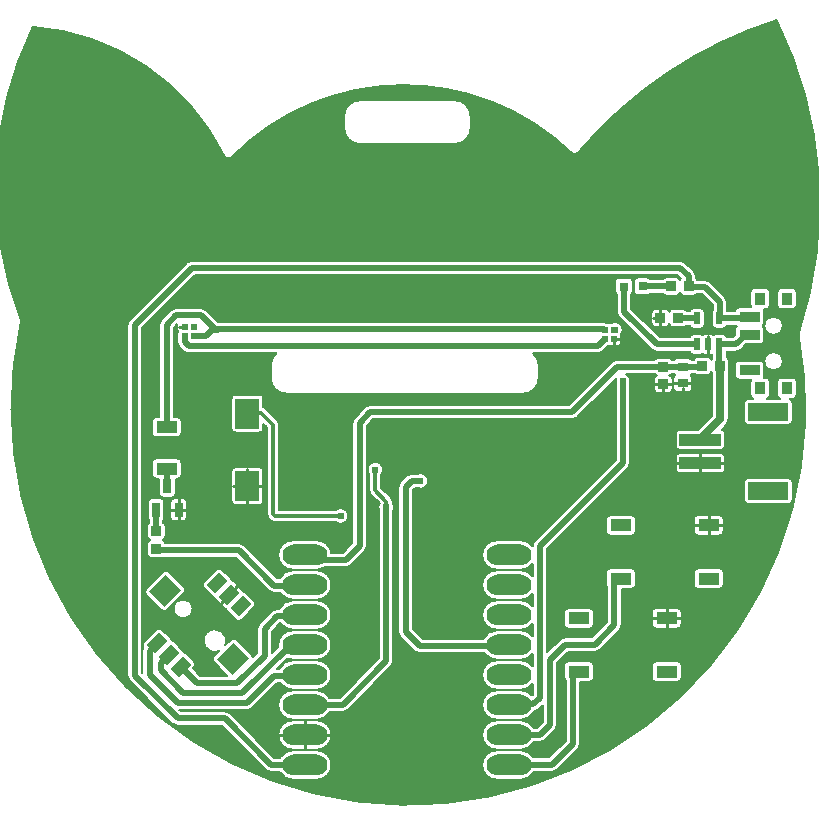
<source format=gtl>
G04 Layer: TopLayer*
G04 EasyEDA Pro v2.2.28.1, 2024-09-30 17:42:25*
G04 Gerber Generator version 0.3*
G04 Scale: 100 percent, Rotated: No, Reflected: No*
G04 Dimensions in millimeters*
G04 Leading zeros omitted, absolute positions, 3 integers and 5 decimals*
%FSLAX35Y35*%
%MOMM*%
%AMRect*21,1,$1,$2,0,0,$3*%
%AMRoundRect*1,1,$1,$2,$3*1,1,$1,$4,$5*1,1,$1,0-$2,0-$3*1,1,$1,0-$4,0-$5*20,1,$1,$2,$3,$4,$5,0*20,1,$1,$4,$5,0-$2,0-$3,0*20,1,$1,0-$2,0-$3,0-$4,0-$5,0*20,1,$1,0-$4,0-$5,$2,$3,0*4,1,4,$2,$3,$4,$5,0-$2,0-$3,0-$4,0-$5,$2,$3,0*%
%ADD10C,0.2032*%
%ADD11C,0.254*%
%ADD12R,1.8X1.0*%
%ADD13Rect,1.5X1.0X45.0*%
%ADD14Rect,2.0X1.8X45.0*%
%ADD15R,0.5X0.5*%
%ADD16R,0.9X0.8*%
%ADD17R,0.80648X0.86401*%
%ADD18R,0.8621X0.80648*%
%ADD19R,0.86401X0.80648*%
%ADD20R,1.8X0.9*%
%ADD21R,0.93X1.1*%
%ADD22R,2.0X2.49999*%
%ADD23R,0.5X0.5*%
%ADD24R,0.6X1.0*%
%ADD25R,0.8X0.8*%
%ADD26R,0.7X1.25001*%
%ADD27RoundRect,0.03X-1.735X-0.485X-1.735X0.485*%
%ADD28RoundRect,0.045X-1.6775X-0.7275X-1.6775X0.7275*%
%ADD29RoundRect,1.778X1.016X0.0X-1.016X0.0*%
%ADD30RoundRect,1.778X-1.016X0.0X1.016X0.0*%
%ADD31R,1.81999X1.0*%
%ADD32C,0.61*%
%ADD33C,0.5*%
%ADD34C,0.508*%
%ADD35C,0.32*%
%ADD36C,0.7*%
G75*


G04 Copper Start*
G36*
G01X3437813Y-1066054D02*
G02X5060552Y-2162085I-145048J-1964049D01*
G03X5118230Y-2171417I32148J15785D01*
G02X8001531Y-2133972I1460556J-1436981D01*
G03X8053738Y-2131336I24869J25772D01*
G02X9735241Y-1008523I2795303J-2365693D01*
G02X9922788Y-3659081I-3137174J-1553894D01*
G03X9921590Y-3676851I34012J-11219D01*
G02X3336964Y-3563756I-3303842J-614670D01*
G03X3335370Y-3542997I-34964J7756D01*
G02X3437813Y-1066054I2878327J1121547D01*
G37*
%LPC*%
G36*
G01X4238582Y-6557996D02*
G03X4256511Y-6601281I61214J0D01*
G01X4619657Y-6964427D01*
G03X4662942Y-6982356I43285J43285D01*
G01X5037827Y-6982356D01*
G01X5412598Y-7357127D01*
G03X5455883Y-7375056I43285J43285D01*
G01X5529389Y-7375056D01*
G03X5575205Y-7422481I109411J59856D01*
G03X5638800Y-7439914I63595J107281D01*
G01X5842000Y-7439914D01*
G03X5966714Y-7315200I0J124714D01*
G03X5842000Y-7190486I-124714J0D01*
G01X5638800Y-7190486D01*
G03X5530919Y-7252628I0J-124714D01*
G01X5481239Y-7252628D01*
G01X5106468Y-6877858D01*
G03X5063183Y-6859928I-43285J-43285D01*
G01X4688298Y-6859928D01*
G01X4678932Y-6850563D01*
G01X5253968Y-6850563D01*
G03X5297253Y-6832633I0J61214D01*
G01X5507638Y-6622248D01*
G01X5534945Y-6622248D01*
G03X5579883Y-6663120I103855J69048D01*
G03X5638800Y-6677914I58917J109920D01*
G01X5842000Y-6677914D01*
G03X5966714Y-6553200I0J124714D01*
G03X5842000Y-6428486I-124714J0D01*
G01X5638800Y-6428486D01*
G03X5526087Y-6499820I0J-124714D01*
G01X5503471Y-6499820D01*
G01X5589524Y-6413767D01*
G03X5638800Y-6423914I49276J114567D01*
G01X5842000Y-6423914D01*
G03X5966714Y-6299200I0J124714D01*
G03X5842000Y-6174486I-124714J0D01*
G01X5638800Y-6174486D01*
G03X5545176Y-6216809I0J-124714D01*
G03X5515098Y-6315054I93624J-82391D01*
G01X5461349Y-6368802D01*
G01X5461349Y-6187579D01*
G01X5532972Y-6115955D01*
G01X5536100Y-6115955D01*
G03X5580794Y-6155603I102700J70755D01*
G03X5638800Y-6169914I58006J110403D01*
G01X5842000Y-6169914D01*
G03X5966714Y-6045200I0J124714D01*
G03X5842000Y-5920486I-124714J0D01*
G01X5638800Y-5920486D01*
G03X5525294Y-5993527I0J-124714D01*
G01X5507617Y-5993527D01*
G03X5464332Y-6011456I0J-61214D01*
G01X5356850Y-6118938D01*
G03X5338921Y-6162223I43285J-43285D01*
G01X5338921Y-6365479D01*
G01X5300500Y-6403901D01*
G03X5290168Y-6381940I-35656J-3364D01*
G01X5162889Y-6254661D01*
G03X5112241Y-6254661I-25324J-25324D01*
G01X5066260Y-6300641D01*
G03X4910711Y-6194553I-87802J38341D01*
G03X5016800Y-6350102I67747J-67747D01*
G01X4970820Y-6396082D01*
G03X4970820Y-6446731I25324J-25324D01*
G01X5084835Y-6560746D01*
G01X4857244Y-6560746D01*
G01X4793961Y-6497463D01*
G01X4802270Y-6489154D01*
G03X4802270Y-6438506I-25324J25324D01*
G01X4731559Y-6367795D01*
G03X4713113Y-6357972I-25324J-25324D01*
G03X4703290Y-6339525I-35147J-6878D01*
G01X4632579Y-6268815D01*
G03X4614117Y-6258989I-25324J-25324D01*
G03X4604291Y-6240527I-35150J-6863D01*
G01X4533581Y-6169817D01*
G03X4482932Y-6169817I-25324J-25324D01*
G01X4376866Y-6275882D01*
G03X4371696Y-6319988I25324J-25324D01*
G03X4365708Y-6346394I55226J-26406D01*
G01X4365708Y-6537339D01*
G01X4361010Y-6532641D01*
G01X4361010Y-3615485D01*
G01X4809763Y-3166732D01*
G01X8893630Y-3166732D01*
G01X8923720Y-3196822D01*
G03X8915400Y-3213166I26693J-23878D01*
G03X8880387Y-3184886I-35013J-7534D01*
G01X8799740Y-3184886D01*
G03X8768556Y-3203086I0J-35814D01*
G01X8671042Y-3203086D01*
G03X8641652Y-3187738I-29390J-20466D01*
G01X8561652Y-3187738D01*
G03X8525838Y-3223552I0J-35814D01*
G01X8525838Y-3303552D01*
G03X8561652Y-3339366I35814J0D01*
G01X8641652Y-3339366D01*
G03X8670545Y-3324714I0J35814D01*
G01X8768556Y-3324714D01*
G03X8799740Y-3342914I31183J17614D01*
G01X8880387Y-3342914D01*
G03X8915400Y-3314634I0J35814D01*
G03X8950413Y-3342914I35013J7534D01*
G01X9031060Y-3342914D01*
G03X9059275Y-3329159I0J35814D01*
G01X9101665Y-3329159D01*
G01X9193041Y-3420535D01*
G01X9193041Y-3463409D01*
G03X9185882Y-3484893I28655J-21483D01*
G01X9185882Y-3584892D01*
G03X9221696Y-3620706I35814J0D01*
G01X9281696Y-3620706D01*
G03X9315838Y-3595707I0J35814D01*
G01X9395602Y-3595707D01*
G01X9396786Y-3596513D01*
G03X9380543Y-3626507I19571J-29994D01*
G01X9380543Y-3677954D01*
G01X9364403Y-3694093D01*
G01X9315838Y-3694093D01*
G03X9281696Y-3669093I-34142J-10814D01*
G01X9221696Y-3669093D01*
G03X9204198Y-3673659I0J-35814D01*
G03X9186700Y-3669093I-17498J-31248D01*
G01X9126700Y-3669093D01*
G03X9109202Y-3673659I0J-35814D01*
G03X9091704Y-3669093I-17498J-31248D01*
G01X9031704Y-3669093D01*
G03X8997562Y-3694093I0J-35814D01*
G01X8745797Y-3694093D01*
G01X8502547Y-3450843D01*
G01X8502547Y-3333383D01*
G03X8517547Y-3304238I-20814J29145D01*
G01X8517547Y-3224238D01*
G03X8481733Y-3188424I-35814J0D01*
G01X8401733Y-3188424D01*
G03X8365919Y-3224238I0J-35814D01*
G01X8365919Y-3304238D01*
G03X8380919Y-3333383I35814J0D01*
G01X8380919Y-3476033D01*
G03X8398731Y-3519035I60814J0D01*
G01X8677605Y-3797909D01*
G03X8720607Y-3815721I43002J43002D01*
G01X8997562Y-3815721D01*
G03X9031704Y-3840721I34142J10814D01*
G01X9091704Y-3840721D01*
G03X9109202Y-3836156I0J35814D01*
G03X9126700Y-3840721I17498J31248D01*
G01X9186700Y-3840721D01*
G03X9190882Y-3840476I0J35814D01*
G01X9190882Y-3869415D01*
G03X9182100Y-3886266I26231J-24384D01*
G03X9147087Y-3857986I-35013J-7534D01*
G01X9066440Y-3857986D01*
G03X9032265Y-3883090I0J-35814D01*
G01X9015436Y-3883090D01*
G03X8985800Y-3867384I-29636J-20108D01*
G01X8895800Y-3867384D01*
G03X8866470Y-3882645I0J-35814D01*
G01X8849110Y-3882532D01*
G03X8818900Y-3865954I-30210J-19236D01*
G01X8732500Y-3865954D01*
G03X8700610Y-3885468I0J-35814D01*
G01X8382478Y-3885468D01*
G03X8339193Y-3903397I0J-61214D01*
G01X7976450Y-4266141D01*
G01X6295633Y-4266141D01*
G03X6252348Y-4284070I0J-61214D01*
G01X6162109Y-4374309D01*
G03X6144180Y-4417594I43285J-43285D01*
G01X6144180Y-5435540D01*
G01X6059955Y-5519765D01*
G01X5965489Y-5519765D01*
G03X5842000Y-5412486I-123489J-17435D01*
G01X5638800Y-5412486D01*
G03X5514086Y-5537200I0J-124714D01*
G03X5638800Y-5661914I124714J0D01*
G01X5842000Y-5661914D01*
G03X5909306Y-5642193I0J124714D01*
G01X6085311Y-5642193D01*
G03X6128596Y-5624264I0J61214D01*
G01X6248679Y-5504180D01*
G03X6266608Y-5460896I-43285J43285D01*
G01X6266608Y-4442950D01*
G01X6320989Y-4388569D01*
G01X8001805Y-4388569D01*
G03X8045090Y-4370640I0J61214D01*
G01X8372672Y-4043058D01*
G03X8373038Y-4093168I61579J-24607D01*
G01X8373038Y-4729260D01*
G01X7686893Y-5415405D01*
G03X7668964Y-5458689I43285J-43285D01*
G01X7668964Y-5462362D01*
G03X7624968Y-5425650I-99764J-74838D01*
G03X7569200Y-5412486I-55768J-111550D01*
G01X7366000Y-5412486D01*
G03X7241286Y-5537200I0J-124714D01*
G03X7366000Y-5661914I124714J0D01*
G01X7569200Y-5661914D01*
G03X7624968Y-5648750I0J124714D01*
G03X7668964Y-5612038I-55768J111550D01*
G01X7668964Y-5716362D01*
G03X7624968Y-5679650I-99764J-74838D01*
G03X7569200Y-5666486I-55768J-111550D01*
G01X7366000Y-5666486D01*
G03X7241286Y-5791200I0J-124714D01*
G03X7366000Y-5915914I124714J0D01*
G01X7569200Y-5915914D01*
G03X7668964Y-5866038I0J124714D01*
G01X7668964Y-5970362D01*
G03X7624968Y-5933650I-99764J-74838D01*
G03X7569200Y-5920486I-55768J-111550D01*
G01X7366000Y-5920486D01*
G03X7241286Y-6045200I0J-124714D01*
G03X7366000Y-6169914I124714J0D01*
G01X7569200Y-6169914D01*
G03X7668964Y-6120038I0J124714D01*
G01X7668964Y-6224362D01*
G03X7624968Y-6187650I-99764J-74838D01*
G03X7569200Y-6174486I-55768J-111550D01*
G01X7366000Y-6174486D01*
G03X7252453Y-6247619I0J-124714D01*
G01X6737909Y-6247619D01*
G01X6654916Y-6164626D01*
G01X6654916Y-4986774D01*
G01X6670193Y-4971497D01*
G01X6693951Y-4971497D01*
G03X6785768Y-4910283I25503J61214D01*
G03X6693951Y-4849069I-66314J0D01*
G01X6644838Y-4849069D01*
G03X6601553Y-4866998I0J-61214D01*
G01X6550418Y-4918133D01*
G03X6532488Y-4961418I43285J-43285D01*
G01X6532488Y-6189982D01*
G03X6550417Y-6233267I61214J0D01*
G01X6669269Y-6352118D01*
G03X6712554Y-6370047I43285J43285D01*
G01X7263364Y-6370047D01*
G03X7366000Y-6423914I102636J70847D01*
G01X7569200Y-6423914D01*
G03X7668964Y-6374038I0J124714D01*
G01X7668964Y-6478362D01*
G03X7624968Y-6441650I-99764J-74838D01*
G03X7569200Y-6428486I-55768J-111550D01*
G01X7366000Y-6428486D01*
G03X7241286Y-6553200I0J-124714D01*
G03X7366000Y-6677914I124714J0D01*
G01X7569200Y-6677914D01*
G03X7668964Y-6628038I0J124714D01*
G01X7668964Y-6721171D01*
G01X7663986Y-6726149D01*
G03X7621379Y-6693926I-94786J-81051D01*
G03X7569200Y-6682486I-52179J-113274D01*
G01X7366000Y-6682486D01*
G03X7241286Y-6807200I0J-124714D01*
G03X7366000Y-6931914I124714J0D01*
G01X7569200Y-6931914D01*
G03X7680657Y-6863155I0J124714D01*
G03X7717733Y-6845541I-6209J60898D01*
G01X7755059Y-6808215D01*
G01X7755059Y-6947595D01*
G01X7702932Y-6999723D01*
G01X7677709Y-6999723D01*
G03X7631995Y-6953449I-108509J-61477D01*
G03X7569200Y-6936486I-62795J-107751D01*
G01X7366000Y-6936486D01*
G03X7241286Y-7061200I0J-124714D01*
G03X7366000Y-7185914I124714J0D01*
G01X7569200Y-7185914D01*
G03X7678005Y-7122151I0J124714D01*
G01X7728287Y-7122151D01*
G03X7771572Y-7104222I0J61214D01*
G01X7859558Y-7016236D01*
G03X7877487Y-6972951I-43285J43285D01*
G01X7877487Y-6449626D01*
G01X7969727Y-6357386D01*
G01X8198550Y-6357386D01*
G03X8241834Y-6339457I0J61214D01*
G01X8404152Y-6177139D01*
G03X8422081Y-6133855I-43285J43285D01*
G01X8422081Y-5822607D01*
G01X8508407Y-5822607D01*
G03X8544221Y-5786793I0J35814D01*
G01X8544221Y-5686793D01*
G03X8508407Y-5650979I-35814J0D01*
G01X8326408Y-5650979D01*
G03X8290594Y-5686793I0J-35814D01*
G01X8290594Y-5786793D01*
G03X8299653Y-5810601I35814J0D01*
G01X8299653Y-6108499D01*
G01X8173194Y-6234958D01*
G01X7944371Y-6234958D01*
G03X7901086Y-6252887I0J-61214D01*
G01X7791392Y-6362582D01*
G01X7791392Y-5484045D01*
G01X8477536Y-4797900D01*
G03X8495466Y-4754616I-43285J43285D01*
G01X8495466Y-4093168D01*
G03X8462978Y-4007896I-61214J25503D01*
G01X8707333Y-4007896D01*
G03X8724966Y-4017428I25167J25481D01*
G03X8696686Y-4052441I7534J-35013D01*
G01X8696686Y-4133088D01*
G03X8732500Y-4168902I35814J0D01*
G01X8818900Y-4168902D01*
G03X8854714Y-4133088I0J35814D01*
G01X8854714Y-4052441D01*
G03X8826434Y-4017428I-35814J0D01*
G03X8846739Y-4004947I-7534J35013D01*
G01X8867451Y-4005082D01*
G03X8876243Y-4013200I28349J21885D01*
G03X8859986Y-4043202I19557J-30002D01*
G01X8859986Y-4123202D01*
G03X8895800Y-4159016I35814J0D01*
G01X8985800Y-4159016D01*
G03X9021614Y-4123202I0J35814D01*
G01X9021614Y-4043202D01*
G03X9005357Y-4013200I-35814J0D01*
G03X9013808Y-4005518I-19557J30002D01*
G01X9041108Y-4005518D01*
G03X9066440Y-4016014I25331J25317D01*
G01X9147087Y-4016014D01*
G03X9182100Y-3987734I0J35814D01*
G03X9186622Y-3998988I35013J7534D01*
G01X9186622Y-4358989D01*
G01X9070525Y-4475086D01*
G01X8916801Y-4475086D01*
G03X8879487Y-4512400I0J-37314D01*
G01X8879487Y-4609400D01*
G03X8916801Y-4646714I37314J0D01*
G01X9263800Y-4646714D01*
G03X9301114Y-4609400I0J37314D01*
G01X9301114Y-4512400D01*
G03X9270255Y-4475649I-37314J0D01*
G01X9307509Y-4438394D01*
G03X9328250Y-4388321I-50073J50073D01*
G01X9328250Y-3998988D01*
G03X9333574Y-3980200I-30490J18788D01*
G01X9333574Y-3893800D01*
G03X9312510Y-3861164I-35814J0D01*
G01X9312510Y-3823159D01*
G03X9315838Y-3815721I-30814J18252D01*
G01X9389593Y-3815721D01*
G03X9432595Y-3797909I0J60814D01*
G01X9478184Y-3752320D01*
G01X9596356Y-3752320D01*
G03X9632170Y-3716506I0J35814D01*
G01X9632170Y-3626507D01*
G03X9615927Y-3596513I-35814J0D01*
G03X9632170Y-3566519I-19571J29994D01*
G01X9632170Y-3476520D01*
G03X9626587Y-3457317I-35814J0D01*
G01X9642544Y-3457317D01*
G03X9678358Y-3421503I0J35814D01*
G01X9678358Y-3311503D01*
G03X9642544Y-3275689I-35814J0D01*
G01X9549544Y-3275689D01*
G03X9513730Y-3311503I0J-35814D01*
G01X9513730Y-3421503D01*
G03X9519313Y-3440706I35814J0D01*
G01X9416357Y-3440706D01*
G03X9380626Y-3474079I0J-35814D01*
G01X9315838Y-3474079D01*
G03X9314669Y-3470913I-34142J-10814D01*
G01X9314669Y-3395345D01*
G03X9296857Y-3352343I-60814J0D01*
G01X9169857Y-3225343D01*
G03X9126855Y-3207531I-43002J-43002D01*
G01X9064365Y-3207531D01*
G03X9052793Y-3192234I-33305J-13169D01*
G01X9052793Y-3178111D01*
G03X9034864Y-3134826I-61214J0D01*
G01X8962271Y-3062233D01*
G03X8918986Y-3044304I-43285J-43285D01*
G01X4784407Y-3044304D01*
G03X4741122Y-3062233I0J-61214D01*
G01X4256511Y-3546844D01*
G03X4238582Y-3590129I43285J-43285D01*
G01X4238582Y-6557996D01*
G37*
G36*
G01X4525356Y-6001267D02*
G03X4576004Y-6001267I25324J25324D01*
G01X4717425Y-5859846D01*
G03X4717425Y-5809197I-25324J25324D01*
G01X4590146Y-5681918D01*
G03X4539498Y-5681918I-25324J-25324D01*
G01X4398077Y-5823339D01*
G03X4398077Y-5873988I25324J-25324D01*
G01X4525356Y-6001267D01*
G37*
G36*
G01X5578217Y-5900210D02*
G03X5638800Y-5915914I60583J109010D01*
G01X5842000Y-5915914D01*
G03X5966714Y-5791200I0J124714D01*
G03X5842000Y-5666486I-124714J0D01*
G01X5638800Y-5666486D01*
G03X5527656Y-5734626I0J-124714D01*
G01X5503686Y-5734626D01*
G01X5223665Y-5454605D01*
G03X5180381Y-5436676I-43285J-43285D01*
G01X4561082Y-5436676D01*
G03X4533834Y-5410200I-34782J-8537D01*
G03X4562114Y-5375187I-7534J35013D01*
G01X4562114Y-5294540D01*
G03X4543664Y-5263216I-35814J0D01*
G01X4543664Y-5240269D01*
G03X4552633Y-5216563I-26845J23706D01*
G01X4552633Y-5091562D01*
G03X4516819Y-5055748I-35814J0D01*
G01X4446819Y-5055748D01*
G03X4411005Y-5091562I0J-35814D01*
G01X4411005Y-5216563D01*
G03X4421236Y-5241626I35814J0D01*
G01X4421236Y-5263974D01*
G03X4404086Y-5294540I18664J-30566D01*
G01X4404086Y-5375187D01*
G03X4432366Y-5410200I35814J0D01*
G03X4404086Y-5445213I7534J-35013D01*
G01X4404086Y-5525860D01*
G03X4439900Y-5561674I35814J0D01*
G01X4526300Y-5561674D01*
G03X4539623Y-5559104I0J35814D01*
G01X5155025Y-5559104D01*
G01X5435045Y-5839124D01*
G03X5478330Y-5857054I43285J43285D01*
G01X5532890Y-5857054D01*
G03X5578217Y-5900210I105910J65854D01*
G37*
G36*
G01X5006850Y-3566724D02*
G01X4905382Y-3465256D01*
G03X4862097Y-3447327I-43285J-43285D01*
G01X4648701Y-3447327D01*
G03X4605416Y-3465256I0J-61214D01*
G01X4527861Y-3542812D01*
G03X4509932Y-3586097I43285J-43285D01*
G01X4509932Y-4369866D01*
G01X4481463Y-4369866D01*
G03X4445649Y-4405680I0J-35814D01*
G01X4445649Y-4505679D01*
G03X4481463Y-4541493I35814J0D01*
G01X4661463Y-4541493D01*
G03X4697277Y-4505679I0J35814D01*
G01X4697277Y-4405680D01*
G03X4661463Y-4369866I-35814J0D01*
G01X4632360Y-4369866D01*
G01X4632360Y-3611452D01*
G01X4661681Y-3582131D01*
G01X4661681Y-3629895D01*
G03X4664976Y-3644900I35814J0D01*
G03X4661681Y-3659905I32519J-15005D01*
G01X4661681Y-3676061D01*
G03X4661015Y-3685068I60548J-9007D01*
G01X4661015Y-3735452D01*
G03X4678944Y-3778736I61214J0D01*
G01X4712651Y-3812444D01*
G03X4755936Y-3830373I43285J43285D01*
G01X5500291Y-3830373D01*
G03X5450586Y-3935400I86109J-105027D01*
G01X5450586Y-4035400D01*
G03X5586400Y-4171214I135814J0D01*
G01X7586400Y-4171214D01*
G03X7722214Y-4035400I0J135814D01*
G01X7722214Y-3935400D01*
G03X7672509Y-3830373I-135814J0D01*
G01X8219423Y-3830373D01*
G03X8262708Y-3812444I0J61214D01*
G01X8304036Y-3771115D01*
G03X8318500Y-3767824I-541J35810D01*
G03X8333505Y-3771119I15005J32519D01*
G01X8383505Y-3771119D01*
G03X8419319Y-3735305I0J35814D01*
G01X8419319Y-3685305D01*
G03X8417030Y-3672708I-35814J0D01*
G03X8419217Y-3590164I-50783J42646D01*
G03X8339276Y-3569481I-52969J-39898D01*
G01X8333505Y-3569481D01*
G03X8318500Y-3572776I0J-35814D01*
G03X8303495Y-3569481I-15005J-32519D01*
G01X8292375Y-3569481D01*
G03X8274211Y-3566724I-18164J-58457D01*
G01X5006850Y-3566724D01*
G37*
G36*
G01X4506001Y-4960591D02*
G03X4506001Y-4996646I58499J-18028D01*
G01X4506001Y-5016563D01*
G03X4541815Y-5052377I35814J0D01*
G01X4611815Y-5052377D01*
G03X4647629Y-5016563I0J35814D01*
G01X4647628Y-4891505D01*
G01X4661463Y-4891505D01*
G03X4697277Y-4855691I0J35814D01*
G01X4697277Y-4755692D01*
G03X4661463Y-4719878I-35814J0D01*
G01X4481463Y-4719878D01*
G03X4445649Y-4755692I0J-35814D01*
G01X4445649Y-4855691D01*
G03X4481463Y-4891505I35814J0D01*
G01X4506001Y-4891562D01*
G01X4506001Y-4960591D01*
G37*
G36*
G01X4636811Y-5055748D02*
G03X4600997Y-5091562I0J-35814D01*
G01X4600997Y-5216563D01*
G03X4636811Y-5252377I35814J0D01*
G01X4706811Y-5252377D01*
G03X4742625Y-5216563I0J35814D01*
G01X4742625Y-5091562D01*
G03X4706811Y-5055748I-35814J0D01*
G01X4636811Y-5055748D01*
G37*
G36*
G01X4790584Y-5993610D02*
G03X4628954Y-5993610I-80815J0D01*
G03X4790584Y-5993610I80815J0D01*
G37*
G36*
G01X5113436Y-5731382D02*
G01X5042725Y-5660672D01*
G03X4992077Y-5660672I-25324J-25324D01*
G01X4886011Y-5766738D01*
G03X4886011Y-5817386I25324J-25324D01*
G01X4956721Y-5888097D01*
G03X4975139Y-5897914I25324J25324D01*
G03X4984973Y-5916421I35159J6818D01*
G01X5055684Y-5987131D01*
G03X5074175Y-5996963I25324J25324D01*
G03X5083990Y-6015365I35139J6922D01*
G01X5154700Y-6086076D01*
G03X5205349Y-6086076I25324J25324D01*
G01X5311415Y-5980010D01*
G03X5311415Y-5929361I-25324J25324D01*
G01X5240704Y-5858651D01*
G03X5222213Y-5848819I-25324J-25324D01*
G03X5212398Y-5830417I-35139J-6922D01*
G01X5141688Y-5759706D01*
G03X5123271Y-5749889I-25324J-25324D01*
G03X5113436Y-5731382I-35159J-6818D01*
G37*
G36*
G01X5420500Y-5191780D02*
G03X5435676Y-5228418I51814J0D01*
G01X5451259Y-5244000D01*
G03X5487896Y-5259176I36638J36638D01*
G01X6002903Y-5259176D01*
G03X6110604Y-5207362I41387J51814D01*
G03X6002903Y-5155548I-66314J0D01*
G01X5524128Y-5155548D01*
G01X5524128Y-4434986D01*
G03X5508952Y-4398348I-51814J0D01*
G01X5406890Y-4296287D01*
G03X5390874Y-4285391I-36638J-36638D01*
G01X5390874Y-4214779D01*
G03X5355060Y-4178965I-35814J0D01*
G01X5155061Y-4178965D01*
G03X5119247Y-4214779I0J-35814D01*
G01X5119247Y-4464779D01*
G03X5155061Y-4500593I35814J0D01*
G01X5355060Y-4500593D01*
G03X5390874Y-4464779I0J35814D01*
G01X5390874Y-4426822D01*
G01X5420500Y-4456448D01*
G01X5420500Y-5191780D01*
G37*
G36*
G01X5155061Y-4794965D02*
G03X5119247Y-4830779I0J-35814D01*
G01X5119247Y-5080779D01*
G03X5155061Y-5116593I35814J0D01*
G01X5355061Y-5116593D01*
G03X5390875Y-5080779I0J35814D01*
G01X5390875Y-4830779D01*
G03X5355061Y-4794965I-35814J0D01*
G01X5155061Y-4794965D01*
G37*
G36*
G01X5514086Y-7061200D02*
G03X5550614Y-7149386I124714J0D01*
G03X5638800Y-7185914I88186J88186D01*
G01X5842000Y-7185914D01*
G03X5966714Y-7061200I0J124714D01*
G03X5842000Y-6936486I-124714J0D01*
G01X5638800Y-6936486D01*
G03X5514086Y-7061200I0J-124714D01*
G37*
G36*
G01X6034439Y-6744032D02*
G01X5949533Y-6744032D01*
G03X5842000Y-6682486I-107533J-63168D01*
G01X5638800Y-6682486D01*
G03X5514086Y-6807200I0J-124714D01*
G03X5638800Y-6931914I124714J0D01*
G01X5842000Y-6931914D01*
G03X5951735Y-6866460I0J124714D01*
G01X6058011Y-6866460D01*
G03X6097067Y-6852382I0J61214D01*
G01X6107472Y-6843760D01*
G03X6111701Y-6839909I-39056J47136D01*
G01X6473092Y-6478519D01*
G03X6491021Y-6435234I-43285J43285D01*
G01X6491021Y-5159140D01*
G03X6483524Y-5095476I-61404J25043D01*
G01X6483524Y-5084579D01*
G03X6468348Y-5047941I-51814J0D01*
G01X6388393Y-4967986D01*
G01X6388393Y-4857477D01*
G03X6339675Y-4748358I-50625J42833D01*
G03X6284765Y-4854497I-1907J-66287D01*
G01X6284765Y-4989448D01*
G03X6299941Y-5026086I51814J0D01*
G01X6373162Y-5099306D01*
G03X6368593Y-5160051I56455J-34791D01*
G01X6368593Y-6409878D01*
G01X6034439Y-6744032D01*
G37*
G36*
G01X7144514Y-1922400D02*
G01X7144514Y-1822400D01*
G03X7008700Y-1686586I-135814J0D01*
G01X6208700Y-1686586D01*
G03X6072886Y-1822400I0J-135814D01*
G01X6072886Y-1922400D01*
G03X6208700Y-2058214I135814J0D01*
G01X7008700Y-2058214D01*
G03X7144514Y-1922400I0J135814D01*
G37*
G36*
G01X7949739Y-7109995D02*
G01X7809011Y-7250724D01*
G01X7675954Y-7250724D01*
G03X7630488Y-7206585I-106754J-64476D01*
G03X7569200Y-7190486I-61288J-108615D01*
G01X7366000Y-7190486D01*
G03X7241286Y-7315200I0J-124714D01*
G03X7366000Y-7439914I124714J0D01*
G01X7569200Y-7439914D01*
G03X7679632Y-7373152I0J124714D01*
G01X7834367Y-7373152D01*
G03X7877651Y-7355223I0J61214D01*
G01X8054238Y-7178636D01*
G03X8072167Y-7135351I-43285J43285D01*
G01X8072167Y-6610007D01*
G01X8152807Y-6610007D01*
G03X8188621Y-6574193I0J35814D01*
G01X8188621Y-6474193D01*
G03X8152807Y-6438379I-35814J0D01*
G01X7970808Y-6438379D01*
G03X7934994Y-6474193I0J-35814D01*
G01X7934994Y-6574193D01*
G03X7949739Y-6603154I35814J0D01*
G01X7949739Y-7109995D01*
G37*
G36*
G01X7970808Y-5988393D02*
G03X7934994Y-6024207I0J-35814D01*
G01X7934994Y-6124207D01*
G03X7970808Y-6160021I35814J0D01*
G01X8152807Y-6160021D01*
G03X8188621Y-6124207I0J35814D01*
G01X8188621Y-6024207D01*
G03X8152807Y-5988393I-35814J0D01*
G01X7970808Y-5988393D01*
G37*
G36*
G01X8326408Y-5200993D02*
G03X8290594Y-5236807I0J-35814D01*
G01X8290594Y-5336807D01*
G03X8326408Y-5372621I35814J0D01*
G01X8508407Y-5372621D01*
G03X8544221Y-5336807I0J35814D01*
G01X8544221Y-5236807D01*
G03X8508407Y-5200993I-35814J0D01*
G01X8326408Y-5200993D01*
G37*
G36*
G01X8791487Y-3451586D02*
G01X8710840Y-3451586D01*
G03X8675026Y-3487400I0J-35814D01*
G01X8675026Y-3573800D01*
G03X8710840Y-3609614I35814J0D01*
G01X8791487Y-3609614D01*
G03X8826500Y-3581334I0J35814D01*
G03X8861513Y-3609614I35013J7534D01*
G01X8942160Y-3609614D01*
G03X8970493Y-3595707I0J35814D01*
G01X8997562Y-3595707D01*
G03X9031704Y-3620706I34142J10814D01*
G01X9091704Y-3620706D01*
G03X9127518Y-3584892I0J35814D01*
G01X9127518Y-3484893D01*
G03X9091704Y-3449079I-35814J0D01*
G01X9031704Y-3449079D01*
G03X8997562Y-3474079I0J-35814D01*
G01X8975405Y-3474079D01*
G03X8942160Y-3451586I-33244J-13321D01*
G01X8861513Y-3451586D01*
G03X8826500Y-3479866I0J-35814D01*
G03X8791487Y-3451586I-35013J-7534D01*
G37*
G36*
G01X8712793Y-6438379D02*
G03X8676979Y-6474193I0J-35814D01*
G01X8676979Y-6574193D01*
G03X8712793Y-6610007I35814J0D01*
G01X8894792Y-6610007D01*
G03X8930606Y-6574193I0J35814D01*
G01X8930606Y-6474193D01*
G03X8894792Y-6438379I-35814J0D01*
G01X8712793Y-6438379D01*
G37*
G36*
G01X8712793Y-5988393D02*
G03X8676979Y-6024207I0J-35814D01*
G01X8676979Y-6124207D01*
G03X8712793Y-6160021I35814J0D01*
G01X8894792Y-6160021D01*
G03X8930606Y-6124207I0J35814D01*
G01X8930606Y-6024207D01*
G03X8894792Y-5988393I-35814J0D01*
G01X8712793Y-5988393D01*
G37*
G36*
G01X9301114Y-4712400D02*
G03X9263800Y-4675086I-37314J0D01*
G01X8916801Y-4675086D01*
G03X8879487Y-4712400I0J-37314D01*
G01X8879487Y-4809400D01*
G03X8916801Y-4846714I37314J0D01*
G01X9263800Y-4846714D01*
G03X9301114Y-4809400I0J37314D01*
G01X9301114Y-4712400D01*
G37*
G36*
G01X9068393Y-5650979D02*
G03X9032579Y-5686793I0J-35814D01*
G01X9032579Y-5786793D01*
G03X9068393Y-5822607I35814J0D01*
G01X9250392Y-5822607D01*
G03X9286206Y-5786793I0J35814D01*
G01X9286206Y-5686793D01*
G03X9250392Y-5650979I-35814J0D01*
G01X9068393Y-5650979D01*
G37*
G36*
G01X9068393Y-5200993D02*
G03X9032579Y-5236807I0J-35814D01*
G01X9032579Y-5336807D01*
G03X9068393Y-5372621I35814J0D01*
G01X9250392Y-5372621D01*
G03X9286206Y-5336807I0J35814D01*
G01X9286206Y-5236807D01*
G03X9250392Y-5200993I-35814J0D01*
G01X9068393Y-5200993D01*
G37*
G36*
G01X9497550Y-4215087D02*
G03X9459486Y-4253151I0J-38064D01*
G01X9459486Y-4398651D01*
G03X9497550Y-4436715I38064J0D01*
G01X9833049Y-4436715D01*
G03X9871113Y-4398651I0J38064D01*
G01X9871113Y-4253151D01*
G03X9845869Y-4217311I-38064J0D01*
G01X9869543Y-4217311D01*
G03X9905357Y-4181497I0J35814D01*
G01X9905357Y-4071497D01*
G03X9869543Y-4035683I-35814J0D01*
G01X9776544Y-4035683D01*
G03X9740730Y-4071497I0J-35814D01*
G01X9740730Y-4181497D01*
G03X9764120Y-4215087I35814J0D01*
G01X9654967Y-4215087D01*
G03X9678358Y-4181497I-12423J33590D01*
G01X9678358Y-4071497D01*
G03X9642544Y-4035683I-35814J0D01*
G01X9626603Y-4035683D01*
G03X9632170Y-4016506I-30247J19177D01*
G01X9632170Y-3926506D01*
G03X9596356Y-3890692I-35814J0D01*
G01X9416357Y-3890692D01*
G03X9380543Y-3926506I0J-35814D01*
G01X9380543Y-4016506D01*
G03X9416357Y-4052320I35814J0D01*
G01X9519297Y-4052320D01*
G03X9513730Y-4071497I30247J-19177D01*
G01X9513730Y-4181497D01*
G03X9537121Y-4215087I35814J0D01*
G01X9497550Y-4215087D01*
G37*
G36*
G01X9871113Y-4923149D02*
G03X9833049Y-4885085I-38064J0D01*
G01X9497550Y-4885085D01*
G03X9459486Y-4923149I0J-38064D01*
G01X9459486Y-5068649D01*
G03X9497550Y-5106713I38064J0D01*
G01X9833049Y-5106713D01*
G03X9871113Y-5068649I0J38064D01*
G01X9871113Y-4923149D01*
G37*
G36*
G01X9787844Y-3596500D02*
G03X9631218Y-3596500I-78313J0D01*
G03X9787844Y-3596500I78313J0D01*
G37*
G36*
G01X9787844Y-3896500D02*
G03X9631218Y-3896500I-78313J0D01*
G03X9787844Y-3896500I78313J0D01*
G37*
G36*
G01X9869543Y-3457317D02*
G03X9905357Y-3421503I0J35814D01*
G01X9905357Y-3311503D01*
G03X9869543Y-3275689I-35814J0D01*
G01X9776544Y-3275689D01*
G03X9740730Y-3311503I0J-35814D01*
G01X9740730Y-3421503D01*
G03X9776544Y-3457317I35814J0D01*
G01X9869543Y-3457317D01*
G37*
%LPD*%
G54D10*
G01X3437813Y-1066054D02*
G02X5060552Y-2162085I-145048J-1964049D01*
G03X5118230Y-2171417I32148J15785D01*
G02X8001531Y-2133972I1460556J-1436981D01*
G03X8053738Y-2131336I24869J25772D01*
G02X9735241Y-1008523I2795303J-2365693D01*
G02X9922788Y-3659081I-3137174J-1553894D01*
G03X9921590Y-3676851I34012J-11219D01*
G02X3336964Y-3563756I-3303842J-614670D01*
G03X3335370Y-3542997I-34964J7756D01*
G02X3437813Y-1066054I2878327J1121547D01*
G01X4238582Y-6557996D02*
G03X4256511Y-6601281I61214J0D01*
G01X4619657Y-6964427D01*
G03X4662942Y-6982356I43285J43285D01*
G01X5037827Y-6982356D01*
G01X5412598Y-7357127D01*
G03X5455883Y-7375056I43285J43285D01*
G01X5529389Y-7375056D01*
G03X5575205Y-7422481I109411J59856D01*
G03X5638800Y-7439914I63595J107281D01*
G01X5842000Y-7439914D01*
G03X5966714Y-7315200I0J124714D01*
G03X5842000Y-7190486I-124714J0D01*
G01X5638800Y-7190486D01*
G03X5530919Y-7252628I0J-124714D01*
G01X5481239Y-7252628D01*
G01X5106468Y-6877858D01*
G03X5063183Y-6859928I-43285J-43285D01*
G01X4688298Y-6859928D01*
G01X4678932Y-6850563D01*
G01X5253968Y-6850563D01*
G03X5297253Y-6832633I0J61214D01*
G01X5507638Y-6622248D01*
G01X5534945Y-6622248D01*
G03X5579883Y-6663120I103855J69048D01*
G03X5638800Y-6677914I58917J109920D01*
G01X5842000Y-6677914D01*
G03X5966714Y-6553200I0J124714D01*
G03X5842000Y-6428486I-124714J0D01*
G01X5638800Y-6428486D01*
G03X5526087Y-6499820I0J-124714D01*
G01X5503471Y-6499820D01*
G01X5589524Y-6413767D01*
G03X5638800Y-6423914I49276J114567D01*
G01X5842000Y-6423914D01*
G03X5966714Y-6299200I0J124714D01*
G03X5842000Y-6174486I-124714J0D01*
G01X5638800Y-6174486D01*
G03X5545176Y-6216809I0J-124714D01*
G03X5515098Y-6315054I93624J-82391D01*
G01X5461349Y-6368802D01*
G01X5461349Y-6187579D01*
G01X5532972Y-6115955D01*
G01X5536100Y-6115955D01*
G03X5580794Y-6155603I102700J70755D01*
G03X5638800Y-6169914I58006J110403D01*
G01X5842000Y-6169914D01*
G03X5966714Y-6045200I0J124714D01*
G03X5842000Y-5920486I-124714J0D01*
G01X5638800Y-5920486D01*
G03X5525294Y-5993527I0J-124714D01*
G01X5507617Y-5993527D01*
G03X5464332Y-6011456I0J-61214D01*
G01X5356850Y-6118938D01*
G03X5338921Y-6162223I43285J-43285D01*
G01X5338921Y-6365479D01*
G01X5300500Y-6403901D01*
G03X5290168Y-6381940I-35656J-3364D01*
G01X5162889Y-6254661D01*
G03X5112241Y-6254661I-25324J-25324D01*
G01X5066260Y-6300641D01*
G03X4910711Y-6194553I-87802J38341D01*
G03X5016800Y-6350102I67747J-67747D01*
G01X4970820Y-6396082D01*
G03X4970820Y-6446731I25324J-25324D01*
G01X5084835Y-6560746D01*
G01X4857244Y-6560746D01*
G01X4793961Y-6497463D01*
G01X4802270Y-6489154D01*
G03X4802270Y-6438506I-25324J25324D01*
G01X4731559Y-6367795D01*
G03X4713113Y-6357972I-25324J-25324D01*
G03X4703290Y-6339525I-35147J-6878D01*
G01X4632579Y-6268815D01*
G03X4614117Y-6258989I-25324J-25324D01*
G03X4604291Y-6240527I-35150J-6863D01*
G01X4533581Y-6169817D01*
G03X4482932Y-6169817I-25324J-25324D01*
G01X4376866Y-6275882D01*
G03X4371696Y-6319988I25324J-25324D01*
G03X4365708Y-6346394I55226J-26406D01*
G01X4365708Y-6537339D01*
G01X4361010Y-6532641D01*
G01X4361010Y-3615485D01*
G01X4809763Y-3166732D01*
G01X8893630Y-3166732D01*
G01X8923720Y-3196822D01*
G03X8915400Y-3213166I26693J-23878D01*
G03X8880387Y-3184886I-35013J-7534D01*
G01X8799740Y-3184886D01*
G03X8768556Y-3203086I0J-35814D01*
G01X8671042Y-3203086D01*
G03X8641652Y-3187738I-29390J-20466D01*
G01X8561652Y-3187738D01*
G03X8525838Y-3223552I0J-35814D01*
G01X8525838Y-3303552D01*
G03X8561652Y-3339366I35814J0D01*
G01X8641652Y-3339366D01*
G03X8670545Y-3324714I0J35814D01*
G01X8768556Y-3324714D01*
G03X8799740Y-3342914I31183J17614D01*
G01X8880387Y-3342914D01*
G03X8915400Y-3314634I0J35814D01*
G03X8950413Y-3342914I35013J7534D01*
G01X9031060Y-3342914D01*
G03X9059275Y-3329159I0J35814D01*
G01X9101665Y-3329159D01*
G01X9193041Y-3420535D01*
G01X9193041Y-3463409D01*
G03X9185882Y-3484893I28655J-21483D01*
G01X9185882Y-3584892D01*
G03X9221696Y-3620706I35814J0D01*
G01X9281696Y-3620706D01*
G03X9315838Y-3595707I0J35814D01*
G01X9395602Y-3595707D01*
G01X9396786Y-3596513D01*
G03X9380543Y-3626507I19571J-29994D01*
G01X9380543Y-3677954D01*
G01X9364403Y-3694093D01*
G01X9315838Y-3694093D01*
G03X9281696Y-3669093I-34142J-10814D01*
G01X9221696Y-3669093D01*
G03X9204198Y-3673659I0J-35814D01*
G03X9186700Y-3669093I-17498J-31248D01*
G01X9126700Y-3669093D01*
G03X9109202Y-3673659I0J-35814D01*
G03X9091704Y-3669093I-17498J-31248D01*
G01X9031704Y-3669093D01*
G03X8997562Y-3694093I0J-35814D01*
G01X8745797Y-3694093D01*
G01X8502547Y-3450843D01*
G01X8502547Y-3333383D01*
G03X8517547Y-3304238I-20814J29145D01*
G01X8517547Y-3224238D01*
G03X8481733Y-3188424I-35814J0D01*
G01X8401733Y-3188424D01*
G03X8365919Y-3224238I0J-35814D01*
G01X8365919Y-3304238D01*
G03X8380919Y-3333383I35814J0D01*
G01X8380919Y-3476033D01*
G03X8398731Y-3519035I60814J0D01*
G01X8677605Y-3797909D01*
G03X8720607Y-3815721I43002J43002D01*
G01X8997562Y-3815721D01*
G03X9031704Y-3840721I34142J10814D01*
G01X9091704Y-3840721D01*
G03X9109202Y-3836156I0J35814D01*
G03X9126700Y-3840721I17498J31248D01*
G01X9186700Y-3840721D01*
G03X9190882Y-3840476I0J35814D01*
G01X9190882Y-3869415D01*
G03X9182100Y-3886266I26231J-24384D01*
G03X9147087Y-3857986I-35013J-7534D01*
G01X9066440Y-3857986D01*
G03X9032265Y-3883090I0J-35814D01*
G01X9015436Y-3883090D01*
G03X8985800Y-3867384I-29636J-20108D01*
G01X8895800Y-3867384D01*
G03X8866470Y-3882645I0J-35814D01*
G01X8849110Y-3882532D01*
G03X8818900Y-3865954I-30210J-19236D01*
G01X8732500Y-3865954D01*
G03X8700610Y-3885468I0J-35814D01*
G01X8382478Y-3885468D01*
G03X8339193Y-3903397I0J-61214D01*
G01X7976450Y-4266141D01*
G01X6295633Y-4266141D01*
G03X6252348Y-4284070I0J-61214D01*
G01X6162109Y-4374309D01*
G03X6144180Y-4417594I43285J-43285D01*
G01X6144180Y-5435540D01*
G01X6059955Y-5519765D01*
G01X5965489Y-5519765D01*
G03X5842000Y-5412486I-123489J-17435D01*
G01X5638800Y-5412486D01*
G03X5514086Y-5537200I0J-124714D01*
G03X5638800Y-5661914I124714J0D01*
G01X5842000Y-5661914D01*
G03X5909306Y-5642193I0J124714D01*
G01X6085311Y-5642193D01*
G03X6128596Y-5624264I0J61214D01*
G01X6248679Y-5504180D01*
G03X6266608Y-5460896I-43285J43285D01*
G01X6266608Y-4442950D01*
G01X6320989Y-4388569D01*
G01X8001805Y-4388569D01*
G03X8045090Y-4370640I0J61214D01*
G01X8372672Y-4043058D01*
G03X8373038Y-4093168I61579J-24607D01*
G01X8373038Y-4729260D01*
G01X7686893Y-5415405D01*
G03X7668964Y-5458689I43285J-43285D01*
G01X7668964Y-5462362D01*
G03X7624968Y-5425650I-99764J-74838D01*
G03X7569200Y-5412486I-55768J-111550D01*
G01X7366000Y-5412486D01*
G03X7241286Y-5537200I0J-124714D01*
G03X7366000Y-5661914I124714J0D01*
G01X7569200Y-5661914D01*
G03X7624968Y-5648750I0J124714D01*
G03X7668964Y-5612038I-55768J111550D01*
G01X7668964Y-5716362D01*
G03X7624968Y-5679650I-99764J-74838D01*
G03X7569200Y-5666486I-55768J-111550D01*
G01X7366000Y-5666486D01*
G03X7241286Y-5791200I0J-124714D01*
G03X7366000Y-5915914I124714J0D01*
G01X7569200Y-5915914D01*
G03X7668964Y-5866038I0J124714D01*
G01X7668964Y-5970362D01*
G03X7624968Y-5933650I-99764J-74838D01*
G03X7569200Y-5920486I-55768J-111550D01*
G01X7366000Y-5920486D01*
G03X7241286Y-6045200I0J-124714D01*
G03X7366000Y-6169914I124714J0D01*
G01X7569200Y-6169914D01*
G03X7668964Y-6120038I0J124714D01*
G01X7668964Y-6224362D01*
G03X7624968Y-6187650I-99764J-74838D01*
G03X7569200Y-6174486I-55768J-111550D01*
G01X7366000Y-6174486D01*
G03X7252453Y-6247619I0J-124714D01*
G01X6737909Y-6247619D01*
G01X6654916Y-6164626D01*
G01X6654916Y-4986774D01*
G01X6670193Y-4971497D01*
G01X6693951Y-4971497D01*
G03X6785768Y-4910283I25503J61214D01*
G03X6693951Y-4849069I-66314J0D01*
G01X6644838Y-4849069D01*
G03X6601553Y-4866998I0J-61214D01*
G01X6550418Y-4918133D01*
G03X6532488Y-4961418I43285J-43285D01*
G01X6532488Y-6189982D01*
G03X6550417Y-6233267I61214J0D01*
G01X6669269Y-6352118D01*
G03X6712554Y-6370047I43285J43285D01*
G01X7263364Y-6370047D01*
G03X7366000Y-6423914I102636J70847D01*
G01X7569200Y-6423914D01*
G03X7668964Y-6374038I0J124714D01*
G01X7668964Y-6478362D01*
G03X7624968Y-6441650I-99764J-74838D01*
G03X7569200Y-6428486I-55768J-111550D01*
G01X7366000Y-6428486D01*
G03X7241286Y-6553200I0J-124714D01*
G03X7366000Y-6677914I124714J0D01*
G01X7569200Y-6677914D01*
G03X7668964Y-6628038I0J124714D01*
G01X7668964Y-6721171D01*
G01X7663986Y-6726149D01*
G03X7621379Y-6693926I-94786J-81051D01*
G03X7569200Y-6682486I-52179J-113274D01*
G01X7366000Y-6682486D01*
G03X7241286Y-6807200I0J-124714D01*
G03X7366000Y-6931914I124714J0D01*
G01X7569200Y-6931914D01*
G03X7680657Y-6863155I0J124714D01*
G03X7717733Y-6845541I-6209J60898D01*
G01X7755059Y-6808215D01*
G01X7755059Y-6947595D01*
G01X7702932Y-6999723D01*
G01X7677709Y-6999723D01*
G03X7631995Y-6953449I-108509J-61477D01*
G03X7569200Y-6936486I-62795J-107751D01*
G01X7366000Y-6936486D01*
G03X7241286Y-7061200I0J-124714D01*
G03X7366000Y-7185914I124714J0D01*
G01X7569200Y-7185914D01*
G03X7678005Y-7122151I0J124714D01*
G01X7728287Y-7122151D01*
G03X7771572Y-7104222I0J61214D01*
G01X7859558Y-7016236D01*
G03X7877487Y-6972951I-43285J43285D01*
G01X7877487Y-6449626D01*
G01X7969727Y-6357386D01*
G01X8198550Y-6357386D01*
G03X8241834Y-6339457I0J61214D01*
G01X8404152Y-6177139D01*
G03X8422081Y-6133855I-43285J43285D01*
G01X8422081Y-5822607D01*
G01X8508407Y-5822607D01*
G03X8544221Y-5786793I0J35814D01*
G01X8544221Y-5686793D01*
G03X8508407Y-5650979I-35814J0D01*
G01X8326408Y-5650979D01*
G03X8290594Y-5686793I0J-35814D01*
G01X8290594Y-5786793D01*
G03X8299653Y-5810601I35814J0D01*
G01X8299653Y-6108499D01*
G01X8173194Y-6234958D01*
G01X7944371Y-6234958D01*
G03X7901086Y-6252887I0J-61214D01*
G01X7791392Y-6362582D01*
G01X7791392Y-5484045D01*
G01X8477536Y-4797900D01*
G03X8495466Y-4754616I-43285J43285D01*
G01X8495466Y-4093168D01*
G03X8462978Y-4007896I-61214J25503D01*
G01X8707333Y-4007896D01*
G03X8724966Y-4017428I25167J25481D01*
G03X8696686Y-4052441I7534J-35013D01*
G01X8696686Y-4133088D01*
G03X8732500Y-4168902I35814J0D01*
G01X8818900Y-4168902D01*
G03X8854714Y-4133088I0J35814D01*
G01X8854714Y-4052441D01*
G03X8826434Y-4017428I-35814J0D01*
G03X8846739Y-4004947I-7534J35013D01*
G01X8867451Y-4005082D01*
G03X8876243Y-4013200I28349J21885D01*
G03X8859986Y-4043202I19557J-30002D01*
G01X8859986Y-4123202D01*
G03X8895800Y-4159016I35814J0D01*
G01X8985800Y-4159016D01*
G03X9021614Y-4123202I0J35814D01*
G01X9021614Y-4043202D01*
G03X9005357Y-4013200I-35814J0D01*
G03X9013808Y-4005518I-19557J30002D01*
G01X9041108Y-4005518D01*
G03X9066440Y-4016014I25331J25317D01*
G01X9147087Y-4016014D01*
G03X9182100Y-3987734I0J35814D01*
G03X9186622Y-3998988I35013J7534D01*
G01X9186622Y-4358989D01*
G01X9070525Y-4475086D01*
G01X8916801Y-4475086D01*
G03X8879487Y-4512400I0J-37314D01*
G01X8879487Y-4609400D01*
G03X8916801Y-4646714I37314J0D01*
G01X9263800Y-4646714D01*
G03X9301114Y-4609400I0J37314D01*
G01X9301114Y-4512400D01*
G03X9270255Y-4475649I-37314J0D01*
G01X9307509Y-4438394D01*
G03X9328250Y-4388321I-50073J50073D01*
G01X9328250Y-3998988D01*
G03X9333574Y-3980200I-30490J18788D01*
G01X9333574Y-3893800D01*
G03X9312510Y-3861164I-35814J0D01*
G01X9312510Y-3823159D01*
G03X9315838Y-3815721I-30814J18252D01*
G01X9389593Y-3815721D01*
G03X9432595Y-3797909I0J60814D01*
G01X9478184Y-3752320D01*
G01X9596356Y-3752320D01*
G03X9632170Y-3716506I0J35814D01*
G01X9632170Y-3626507D01*
G03X9615927Y-3596513I-35814J0D01*
G03X9632170Y-3566519I-19571J29994D01*
G01X9632170Y-3476520D01*
G03X9626587Y-3457317I-35814J0D01*
G01X9642544Y-3457317D01*
G03X9678358Y-3421503I0J35814D01*
G01X9678358Y-3311503D01*
G03X9642544Y-3275689I-35814J0D01*
G01X9549544Y-3275689D01*
G03X9513730Y-3311503I0J-35814D01*
G01X9513730Y-3421503D01*
G03X9519313Y-3440706I35814J0D01*
G01X9416357Y-3440706D01*
G03X9380626Y-3474079I0J-35814D01*
G01X9315838Y-3474079D01*
G03X9314669Y-3470913I-34142J-10814D01*
G01X9314669Y-3395345D01*
G03X9296857Y-3352343I-60814J0D01*
G01X9169857Y-3225343D01*
G03X9126855Y-3207531I-43002J-43002D01*
G01X9064365Y-3207531D01*
G03X9052793Y-3192234I-33305J-13169D01*
G01X9052793Y-3178111D01*
G03X9034864Y-3134826I-61214J0D01*
G01X8962271Y-3062233D01*
G03X8918986Y-3044304I-43285J-43285D01*
G01X4784407Y-3044304D01*
G03X4741122Y-3062233I0J-61214D01*
G01X4256511Y-3546844D01*
G03X4238582Y-3590129I43285J-43285D01*
G01X4238582Y-6557996D01*
G01X4525356Y-6001267D02*
G03X4576004Y-6001267I25324J25324D01*
G01X4717425Y-5859846D01*
G03X4717425Y-5809197I-25324J25324D01*
G01X4590146Y-5681918D01*
G03X4539498Y-5681918I-25324J-25324D01*
G01X4398077Y-5823339D01*
G03X4398077Y-5873988I25324J-25324D01*
G01X4525356Y-6001267D01*
G01X5578217Y-5900210D02*
G03X5638800Y-5915914I60583J109010D01*
G01X5842000Y-5915914D01*
G03X5966714Y-5791200I0J124714D01*
G03X5842000Y-5666486I-124714J0D01*
G01X5638800Y-5666486D01*
G03X5527656Y-5734626I0J-124714D01*
G01X5503686Y-5734626D01*
G01X5223665Y-5454605D01*
G03X5180381Y-5436676I-43285J-43285D01*
G01X4561082Y-5436676D01*
G03X4533834Y-5410200I-34782J-8537D01*
G03X4562114Y-5375187I-7534J35013D01*
G01X4562114Y-5294540D01*
G03X4543664Y-5263216I-35814J0D01*
G01X4543664Y-5240269D01*
G03X4552633Y-5216563I-26845J23706D01*
G01X4552633Y-5091562D01*
G03X4516819Y-5055748I-35814J0D01*
G01X4446819Y-5055748D01*
G03X4411005Y-5091562I0J-35814D01*
G01X4411005Y-5216563D01*
G03X4421236Y-5241626I35814J0D01*
G01X4421236Y-5263974D01*
G03X4404086Y-5294540I18664J-30566D01*
G01X4404086Y-5375187D01*
G03X4432366Y-5410200I35814J0D01*
G03X4404086Y-5445213I7534J-35013D01*
G01X4404086Y-5525860D01*
G03X4439900Y-5561674I35814J0D01*
G01X4526300Y-5561674D01*
G03X4539623Y-5559104I0J35814D01*
G01X5155025Y-5559104D01*
G01X5435045Y-5839124D01*
G03X5478330Y-5857054I43285J43285D01*
G01X5532890Y-5857054D01*
G03X5578217Y-5900210I105910J65854D01*
G01X5006850Y-3566724D02*
G01X4905382Y-3465256D01*
G03X4862097Y-3447327I-43285J-43285D01*
G01X4648701Y-3447327D01*
G03X4605416Y-3465256I0J-61214D01*
G01X4527861Y-3542812D01*
G03X4509932Y-3586097I43285J-43285D01*
G01X4509932Y-4369866D01*
G01X4481463Y-4369866D01*
G03X4445649Y-4405680I0J-35814D01*
G01X4445649Y-4505679D01*
G03X4481463Y-4541493I35814J0D01*
G01X4661463Y-4541493D01*
G03X4697277Y-4505679I0J35814D01*
G01X4697277Y-4405680D01*
G03X4661463Y-4369866I-35814J0D01*
G01X4632360Y-4369866D01*
G01X4632360Y-3611452D01*
G01X4661681Y-3582131D01*
G01X4661681Y-3629895D01*
G03X4664976Y-3644900I35814J0D01*
G03X4661681Y-3659905I32519J-15005D01*
G01X4661681Y-3676061D01*
G03X4661015Y-3685068I60548J-9007D01*
G01X4661015Y-3735452D01*
G03X4678944Y-3778736I61214J0D01*
G01X4712651Y-3812444D01*
G03X4755936Y-3830373I43285J43285D01*
G01X5500291Y-3830373D01*
G03X5450586Y-3935400I86109J-105027D01*
G01X5450586Y-4035400D01*
G03X5586400Y-4171214I135814J0D01*
G01X7586400Y-4171214D01*
G03X7722214Y-4035400I0J135814D01*
G01X7722214Y-3935400D01*
G03X7672509Y-3830373I-135814J0D01*
G01X8219423Y-3830373D01*
G03X8262708Y-3812444I0J61214D01*
G01X8304036Y-3771115D01*
G03X8318500Y-3767824I-541J35810D01*
G03X8333505Y-3771119I15005J32519D01*
G01X8383505Y-3771119D01*
G03X8419319Y-3735305I0J35814D01*
G01X8419319Y-3685305D01*
G03X8417030Y-3672708I-35814J0D01*
G03X8419217Y-3590164I-50783J42646D01*
G03X8339276Y-3569481I-52969J-39898D01*
G01X8333505Y-3569481D01*
G03X8318500Y-3572776I0J-35814D01*
G03X8303495Y-3569481I-15005J-32519D01*
G01X8292375Y-3569481D01*
G03X8274211Y-3566724I-18164J-58457D01*
G01X5006850Y-3566724D01*
G01X4506001Y-4960591D02*
G03X4506001Y-4996646I58499J-18028D01*
G01X4506001Y-5016563D01*
G03X4541815Y-5052377I35814J0D01*
G01X4611815Y-5052377D01*
G03X4647629Y-5016563I0J35814D01*
G01X4647628Y-4891505D01*
G01X4661463Y-4891505D01*
G03X4697277Y-4855691I0J35814D01*
G01X4697277Y-4755692D01*
G03X4661463Y-4719878I-35814J0D01*
G01X4481463Y-4719878D01*
G03X4445649Y-4755692I0J-35814D01*
G01X4445649Y-4855691D01*
G03X4481463Y-4891505I35814J0D01*
G01X4506001Y-4891562D01*
G01X4506001Y-4960591D01*
G01X4636811Y-5055748D02*
G03X4600997Y-5091562I0J-35814D01*
G01X4600997Y-5216563D01*
G03X4636811Y-5252377I35814J0D01*
G01X4706811Y-5252377D01*
G03X4742625Y-5216563I0J35814D01*
G01X4742625Y-5091562D01*
G03X4706811Y-5055748I-35814J0D01*
G01X4636811Y-5055748D01*
G01X4790584Y-5993610D02*
G03X4628954Y-5993610I-80815J0D01*
G03X4790584Y-5993610I80815J0D01*
G01X5113436Y-5731382D02*
G01X5042725Y-5660672D01*
G03X4992077Y-5660672I-25324J-25324D01*
G01X4886011Y-5766738D01*
G03X4886011Y-5817386I25324J-25324D01*
G01X4956721Y-5888097D01*
G03X4975139Y-5897914I25324J25324D01*
G03X4984973Y-5916421I35159J6818D01*
G01X5055684Y-5987131D01*
G03X5074175Y-5996963I25324J25324D01*
G03X5083990Y-6015365I35139J6922D01*
G01X5154700Y-6086076D01*
G03X5205349Y-6086076I25324J25324D01*
G01X5311415Y-5980010D01*
G03X5311415Y-5929361I-25324J25324D01*
G01X5240704Y-5858651D01*
G03X5222213Y-5848819I-25324J-25324D01*
G03X5212398Y-5830417I-35139J-6922D01*
G01X5141688Y-5759706D01*
G03X5123271Y-5749889I-25324J-25324D01*
G03X5113436Y-5731382I-35159J-6818D01*
G01X5420500Y-5191780D02*
G03X5435676Y-5228418I51814J0D01*
G01X5451259Y-5244000D01*
G03X5487896Y-5259176I36638J36638D01*
G01X6002903Y-5259176D01*
G03X6110604Y-5207362I41387J51814D01*
G03X6002903Y-5155548I-66314J0D01*
G01X5524128Y-5155548D01*
G01X5524128Y-4434986D01*
G03X5508952Y-4398348I-51814J0D01*
G01X5406890Y-4296287D01*
G03X5390874Y-4285391I-36638J-36638D01*
G01X5390874Y-4214779D01*
G03X5355060Y-4178965I-35814J0D01*
G01X5155061Y-4178965D01*
G03X5119247Y-4214779I0J-35814D01*
G01X5119247Y-4464779D01*
G03X5155061Y-4500593I35814J0D01*
G01X5355060Y-4500593D01*
G03X5390874Y-4464779I0J35814D01*
G01X5390874Y-4426822D01*
G01X5420500Y-4456448D01*
G01X5420500Y-5191780D01*
G01X5155061Y-4794965D02*
G03X5119247Y-4830779I0J-35814D01*
G01X5119247Y-5080779D01*
G03X5155061Y-5116593I35814J0D01*
G01X5355061Y-5116593D01*
G03X5390875Y-5080779I0J35814D01*
G01X5390875Y-4830779D01*
G03X5355061Y-4794965I-35814J0D01*
G01X5155061Y-4794965D01*
G01X5514086Y-7061200D02*
G03X5550614Y-7149386I124714J0D01*
G03X5638800Y-7185914I88186J88186D01*
G01X5842000Y-7185914D01*
G03X5966714Y-7061200I0J124714D01*
G03X5842000Y-6936486I-124714J0D01*
G01X5638800Y-6936486D01*
G03X5514086Y-7061200I0J-124714D01*
G01X6034439Y-6744032D02*
G01X5949533Y-6744032D01*
G03X5842000Y-6682486I-107533J-63168D01*
G01X5638800Y-6682486D01*
G03X5514086Y-6807200I0J-124714D01*
G03X5638800Y-6931914I124714J0D01*
G01X5842000Y-6931914D01*
G03X5951735Y-6866460I0J124714D01*
G01X6058011Y-6866460D01*
G03X6097067Y-6852382I0J61214D01*
G01X6107472Y-6843760D01*
G03X6111701Y-6839909I-39056J47136D01*
G01X6473092Y-6478519D01*
G03X6491021Y-6435234I-43285J43285D01*
G01X6491021Y-5159140D01*
G03X6483524Y-5095476I-61404J25043D01*
G01X6483524Y-5084579D01*
G03X6468348Y-5047941I-51814J0D01*
G01X6388393Y-4967986D01*
G01X6388393Y-4857477D01*
G03X6339675Y-4748358I-50625J42833D01*
G03X6284765Y-4854497I-1907J-66287D01*
G01X6284765Y-4989448D01*
G03X6299941Y-5026086I51814J0D01*
G01X6373162Y-5099306D01*
G03X6368593Y-5160051I56455J-34791D01*
G01X6368593Y-6409878D01*
G01X6034439Y-6744032D01*
G01X7144514Y-1922400D02*
G01X7144514Y-1822400D01*
G03X7008700Y-1686586I-135814J0D01*
G01X6208700Y-1686586D01*
G03X6072886Y-1822400I0J-135814D01*
G01X6072886Y-1922400D01*
G03X6208700Y-2058214I135814J0D01*
G01X7008700Y-2058214D01*
G03X7144514Y-1922400I0J135814D01*
G01X7949739Y-7109995D02*
G01X7809011Y-7250724D01*
G01X7675954Y-7250724D01*
G03X7630488Y-7206585I-106754J-64476D01*
G03X7569200Y-7190486I-61288J-108615D01*
G01X7366000Y-7190486D01*
G03X7241286Y-7315200I0J-124714D01*
G03X7366000Y-7439914I124714J0D01*
G01X7569200Y-7439914D01*
G03X7679632Y-7373152I0J124714D01*
G01X7834367Y-7373152D01*
G03X7877651Y-7355223I0J61214D01*
G01X8054238Y-7178636D01*
G03X8072167Y-7135351I-43285J43285D01*
G01X8072167Y-6610007D01*
G01X8152807Y-6610007D01*
G03X8188621Y-6574193I0J35814D01*
G01X8188621Y-6474193D01*
G03X8152807Y-6438379I-35814J0D01*
G01X7970808Y-6438379D01*
G03X7934994Y-6474193I0J-35814D01*
G01X7934994Y-6574193D01*
G03X7949739Y-6603154I35814J0D01*
G01X7949739Y-7109995D01*
G01X7970808Y-5988393D02*
G03X7934994Y-6024207I0J-35814D01*
G01X7934994Y-6124207D01*
G03X7970808Y-6160021I35814J0D01*
G01X8152807Y-6160021D01*
G03X8188621Y-6124207I0J35814D01*
G01X8188621Y-6024207D01*
G03X8152807Y-5988393I-35814J0D01*
G01X7970808Y-5988393D01*
G01X8326408Y-5200993D02*
G03X8290594Y-5236807I0J-35814D01*
G01X8290594Y-5336807D01*
G03X8326408Y-5372621I35814J0D01*
G01X8508407Y-5372621D01*
G03X8544221Y-5336807I0J35814D01*
G01X8544221Y-5236807D01*
G03X8508407Y-5200993I-35814J0D01*
G01X8326408Y-5200993D01*
G01X8791487Y-3451586D02*
G01X8710840Y-3451586D01*
G03X8675026Y-3487400I0J-35814D01*
G01X8675026Y-3573800D01*
G03X8710840Y-3609614I35814J0D01*
G01X8791487Y-3609614D01*
G03X8826500Y-3581334I0J35814D01*
G03X8861513Y-3609614I35013J7534D01*
G01X8942160Y-3609614D01*
G03X8970493Y-3595707I0J35814D01*
G01X8997562Y-3595707D01*
G03X9031704Y-3620706I34142J10814D01*
G01X9091704Y-3620706D01*
G03X9127518Y-3584892I0J35814D01*
G01X9127518Y-3484893D01*
G03X9091704Y-3449079I-35814J0D01*
G01X9031704Y-3449079D01*
G03X8997562Y-3474079I0J-35814D01*
G01X8975405Y-3474079D01*
G03X8942160Y-3451586I-33244J-13321D01*
G01X8861513Y-3451586D01*
G03X8826500Y-3479866I0J-35814D01*
G03X8791487Y-3451586I-35013J-7534D01*
G01X8712793Y-6438379D02*
G03X8676979Y-6474193I0J-35814D01*
G01X8676979Y-6574193D01*
G03X8712793Y-6610007I35814J0D01*
G01X8894792Y-6610007D01*
G03X8930606Y-6574193I0J35814D01*
G01X8930606Y-6474193D01*
G03X8894792Y-6438379I-35814J0D01*
G01X8712793Y-6438379D01*
G01X8712793Y-5988393D02*
G03X8676979Y-6024207I0J-35814D01*
G01X8676979Y-6124207D01*
G03X8712793Y-6160021I35814J0D01*
G01X8894792Y-6160021D01*
G03X8930606Y-6124207I0J35814D01*
G01X8930606Y-6024207D01*
G03X8894792Y-5988393I-35814J0D01*
G01X8712793Y-5988393D01*
G01X9301114Y-4712400D02*
G03X9263800Y-4675086I-37314J0D01*
G01X8916801Y-4675086D01*
G03X8879487Y-4712400I0J-37314D01*
G01X8879487Y-4809400D01*
G03X8916801Y-4846714I37314J0D01*
G01X9263800Y-4846714D01*
G03X9301114Y-4809400I0J37314D01*
G01X9301114Y-4712400D01*
G01X9068393Y-5650979D02*
G03X9032579Y-5686793I0J-35814D01*
G01X9032579Y-5786793D01*
G03X9068393Y-5822607I35814J0D01*
G01X9250392Y-5822607D01*
G03X9286206Y-5786793I0J35814D01*
G01X9286206Y-5686793D01*
G03X9250392Y-5650979I-35814J0D01*
G01X9068393Y-5650979D01*
G01X9068393Y-5200993D02*
G03X9032579Y-5236807I0J-35814D01*
G01X9032579Y-5336807D01*
G03X9068393Y-5372621I35814J0D01*
G01X9250392Y-5372621D01*
G03X9286206Y-5336807I0J35814D01*
G01X9286206Y-5236807D01*
G03X9250392Y-5200993I-35814J0D01*
G01X9068393Y-5200993D01*
G01X9497550Y-4215087D02*
G03X9459486Y-4253151I0J-38064D01*
G01X9459486Y-4398651D01*
G03X9497550Y-4436715I38064J0D01*
G01X9833049Y-4436715D01*
G03X9871113Y-4398651I0J38064D01*
G01X9871113Y-4253151D01*
G03X9845869Y-4217311I-38064J0D01*
G01X9869543Y-4217311D01*
G03X9905357Y-4181497I0J35814D01*
G01X9905357Y-4071497D01*
G03X9869543Y-4035683I-35814J0D01*
G01X9776544Y-4035683D01*
G03X9740730Y-4071497I0J-35814D01*
G01X9740730Y-4181497D01*
G03X9764120Y-4215087I35814J0D01*
G01X9654967Y-4215087D01*
G03X9678358Y-4181497I-12423J33590D01*
G01X9678358Y-4071497D01*
G03X9642544Y-4035683I-35814J0D01*
G01X9626603Y-4035683D01*
G03X9632170Y-4016506I-30247J19177D01*
G01X9632170Y-3926506D01*
G03X9596356Y-3890692I-35814J0D01*
G01X9416357Y-3890692D01*
G03X9380543Y-3926506I0J-35814D01*
G01X9380543Y-4016506D01*
G03X9416357Y-4052320I35814J0D01*
G01X9519297Y-4052320D01*
G03X9513730Y-4071497I30247J-19177D01*
G01X9513730Y-4181497D01*
G03X9537121Y-4215087I35814J0D01*
G01X9497550Y-4215087D01*
G01X9871113Y-4923149D02*
G03X9833049Y-4885085I-38064J0D01*
G01X9497550Y-4885085D01*
G03X9459486Y-4923149I0J-38064D01*
G01X9459486Y-5068649D01*
G03X9497550Y-5106713I38064J0D01*
G01X9833049Y-5106713D01*
G03X9871113Y-5068649I0J38064D01*
G01X9871113Y-4923149D01*
G01X9787844Y-3596500D02*
G03X9631218Y-3596500I-78313J0D01*
G03X9787844Y-3596500I78313J0D01*
G01X9787844Y-3896500D02*
G03X9631218Y-3896500I-78313J0D01*
G03X9787844Y-3896500I78313J0D01*
G01X9869543Y-3457317D02*
G03X9905357Y-3421503I0J35814D01*
G01X9905357Y-3311503D01*
G03X9869543Y-3275689I-35814J0D01*
G01X9776544Y-3275689D01*
G03X9740730Y-3311503I0J-35814D01*
G01X9740730Y-3421503D01*
G03X9776544Y-3457317I35814J0D01*
G01X9869543Y-3457317D01*
G54D11*
G01X4697749Y-3604895D02*
G01X4671841Y-3604895D01*
G01X4671811Y-5091816D02*
G01X4671811Y-5065908D01*
G01X4671811Y-5216309D02*
G01X4671811Y-5242217D01*
G01X4706557Y-5154063D02*
G01X4732465Y-5154063D01*
G01X4637065Y-5154063D02*
G01X4611157Y-5154063D01*
G01X5255061Y-4831033D02*
G01X5255061Y-4805125D01*
G01X5255061Y-5080525D02*
G01X5255061Y-5106433D01*
G01X5354807Y-4955779D02*
G01X5380715Y-4955779D01*
G01X5155315Y-4955779D02*
G01X5129407Y-4955779D01*
G01X5045832Y-5926272D02*
G01X5027513Y-5944592D01*
G01X5151539Y-5820565D02*
G01X5169859Y-5802246D01*
G01X5550154Y-7061200D02*
G01X5524246Y-7061200D01*
G01X5930646Y-7061200D02*
G01X5956554Y-7061200D01*
G01X5740400Y-6972554D02*
G01X5740400Y-6946646D01*
G01X5740400Y-7149846D02*
G01X5740400Y-7175754D01*
G01X8775700Y-4132834D02*
G01X8775700Y-4158742D01*
G01X8732754Y-4092764D02*
G01X8706846Y-4092764D01*
G01X8818646Y-4092764D02*
G01X8844554Y-4092764D01*
G01X8940800Y-4122948D02*
G01X8940800Y-4148856D01*
G01X8985546Y-4083202D02*
G01X9011454Y-4083202D01*
G01X8896054Y-4083202D02*
G01X8870146Y-4083202D01*
G01X8383251Y-3710305D02*
G01X8409159Y-3710305D01*
G01X8358505Y-3735051D02*
G01X8358505Y-3760959D01*
G01X9090301Y-4810646D02*
G01X9090301Y-4836554D01*
G01X9090301Y-4711154D02*
G01X9090301Y-4685246D01*
G01X8915555Y-4760900D02*
G01X8889647Y-4760900D01*
G01X9265046Y-4760900D02*
G01X9290954Y-4760900D01*
G01X8803792Y-6024461D02*
G01X8803792Y-5998553D01*
G01X8803792Y-6123953D02*
G01X8803792Y-6149861D01*
G01X8894538Y-6074207D02*
G01X8920446Y-6074207D01*
G01X8713047Y-6074207D02*
G01X8687139Y-6074207D01*
G01X8711094Y-3530600D02*
G01X8685186Y-3530600D01*
G01X8751164Y-3487654D02*
G01X8751164Y-3461746D01*
G01X8751164Y-3573546D02*
G01X8751164Y-3599454D01*
G01X9156700Y-3705161D02*
G01X9156700Y-3679253D01*
G01X9156700Y-3804653D02*
G01X9156700Y-3830561D01*
G01X9159392Y-5237061D02*
G01X9159392Y-5211153D01*
G01X9159392Y-5336553D02*
G01X9159392Y-5362461D01*
G01X9250138Y-5286807D02*
G01X9276046Y-5286807D01*
G01X9068647Y-5286807D02*
G01X9042739Y-5286807D01*
G04 Copper End*

G04 Pad Start*
G54D12*
G01X4571463Y-4805691D03*
G01X4571463Y-4455679D03*
G54D13*
G01X4490579Y-6283529D03*
G01X4589577Y-6382527D03*
G01X4688558Y-6481508D03*
G01X5197702Y-5972363D03*
G01X5098686Y-5873419D03*
G01X4999723Y-5774384D03*
G54D14*
G01X4557751Y-5841593D03*
G01X5130494Y-6414335D03*
G54D15*
G01X4722495Y-3684905D03*
G01X4722495Y-3604895D03*
G01X4802505Y-3604895D03*
G01X4802505Y-3684905D03*
G54D16*
G01X8940800Y-4083202D03*
G01X8940800Y-3943198D03*
G54D17*
G01X8901836Y-3530600D03*
G01X8751164Y-3530600D03*
G01X8990736Y-3263900D03*
G01X8840064Y-3263900D03*
G01X9257436Y-3937000D03*
G01X9106764Y-3937000D03*
G54D19*
G01X8775700Y-3942092D03*
G01X8775700Y-4092764D03*
G01X4483100Y-5334864D03*
G01X4483100Y-5485536D03*
G54D20*
G01X9506356Y-3971506D03*
G01X9506356Y-3671506D03*
G01X9506356Y-3521519D03*
G54D21*
G01X9596044Y-3366503D03*
G01X9823044Y-3366503D03*
G01X9823044Y-4126497D03*
G01X9596044Y-4126497D03*
G54D22*
G01X5255060Y-4339779D03*
G01X5255061Y-4955779D03*
G54D23*
G01X8358505Y-3630295D03*
G01X8358505Y-3710305D03*
G01X8278495Y-3710305D03*
G01X8278495Y-3630295D03*
G54D24*
G01X9061704Y-3534893D03*
G01X9251696Y-3534893D03*
G01X9061704Y-3754907D03*
G01X9251696Y-3754907D03*
G01X9156700Y-3754907D03*
G54D25*
G01X8441733Y-3264238D03*
G01X8601652Y-3263552D03*
G54D26*
G01X4481819Y-5154063D03*
G01X4671811Y-5154063D03*
G01X4576815Y-4954063D03*
G54D27*
G01X9090301Y-4760900D03*
G01X9090301Y-4560900D03*
G54D28*
G01X9665299Y-4325901D03*
G01X9665299Y-4995899D03*
G54D29*
G01X7467600Y-7315200D03*
G01X7467600Y-7061200D03*
G01X7467600Y-6807200D03*
G01X7467600Y-6553200D03*
G01X7467600Y-6045200D03*
G01X7467600Y-6299200D03*
G01X7467600Y-5791200D03*
G01X7467600Y-5537200D03*
G54D30*
G01X5740400Y-7061200D03*
G01X5740400Y-6553200D03*
G01X5740400Y-7315200D03*
G01X5740400Y-6807200D03*
G01X5740400Y-6045200D03*
G01X5740400Y-6299200D03*
G01X5740400Y-5791200D03*
G01X5740400Y-5537200D03*
G54D31*
G01X8061808Y-6074207D03*
G01X8061808Y-6524193D03*
G01X8803792Y-6524193D03*
G01X8803792Y-6074207D03*
G01X8417408Y-5286807D03*
G01X8417408Y-5736793D03*
G01X9159392Y-5736793D03*
G01X9159392Y-5286807D03*
G04 Pad End*

G04 Via Start*
G54D32*
G01X6719454Y-4910283D03*
G01X8434252Y-4067665D03*
G01X8366248Y-3630062D03*
G01X7559419Y-6563395D03*
G01X6044290Y-5207362D03*
G01X7446879Y-5524887D03*
G01X5205538Y-5963289D03*
G01X4996844Y-5765298D03*
G01X7458361Y-6051583D03*
G01X7477090Y-5800080D03*
G01X6429617Y-5134097D03*
G01X4565616Y-4462232D03*
G01X9093719Y-4771620D03*
G01X5258301Y-4984661D03*
G01X4670569Y-5155303D03*
G01X5735443Y-7078809D03*
G01X5095315Y-5866779D03*
G01X9222034Y-5286851D03*
G01X8864847Y-6073466D03*
G01X7654406Y-5060683D03*
G01X6084743Y-5044926D03*
G01X8753021Y-3531041D03*
G01X9156139Y-3754897D03*
G01X8936743Y-4088450D03*
G01X6337768Y-4814644D03*
G01X5731308Y-6810977D03*
G04 Via End*

G04 Track Start*
G54D33*
G01X8995181Y-3268345D02*
G01X8990736Y-3263900D01*
G01X9253855Y-3532734D02*
G01X9253855Y-3395345D01*
G01X9251696Y-3534893D02*
G01X9253855Y-3532734D01*
G01X9061704Y-3534893D02*
G01X8906129Y-3534893D01*
G01X8840064Y-3263900D02*
G01X8602000Y-3263900D01*
G01X8601652Y-3263552D01*
G01X8441733Y-3264238D02*
G01X8441733Y-3476033D01*
G01X8720607Y-3754907D01*
G01X9061704Y-3754907D01*
G01X9506356Y-3521519D02*
G01X9492983Y-3534893D01*
G01X9251696Y-3534893D01*
G01X9506356Y-3671506D02*
G01X9472994Y-3671506D01*
G01X9389593Y-3754907D01*
G01X9251696Y-3754907D01*
G01X9251696Y-3931260D01*
G01X9257436Y-3937000D01*
G01X9126855Y-3268345D02*
G01X8995181Y-3268345D01*
G54D34*
G01X4574013Y-4818085D02*
G01X4574013Y-4969106D01*
G01X4564500Y-4978619D01*
G01X4481260Y-5167692D02*
G01X4482450Y-5168881D01*
G01X4482450Y-5344873D01*
G01X9098637Y-3938358D02*
G01X9092691Y-3944304D01*
G54D11*
G01X8932158Y-3944304D02*
G01X8928590Y-3944304D01*
G54D34*
G01X5830487Y-5580979D02*
G01X5794467Y-5544958D01*
G01X6085311Y-5580979D02*
G01X5830487Y-5580979D01*
G01X8752598Y-3946682D02*
G01X8382478Y-3946682D01*
G01X8001805Y-4327355D01*
G54D35*
G01X5231513Y-4332925D02*
G01X5370252Y-4332925D01*
G01X5472314Y-4434986D01*
G01X5472314Y-5191780D01*
G54D11*
G01X5205538Y-5960614D02*
G01X5205538Y-5947236D01*
G01X5208214Y-5963289D02*
G01X5205538Y-5965965D01*
G54D34*
G01X4692759Y-6482831D02*
G01X4831888Y-6621960D01*
G01X5169009Y-6621960D01*
G01X4500788Y-5497890D02*
G01X5180381Y-5497890D01*
G01X6058011Y-6805246D02*
G01X5791644Y-6805246D01*
G01X6068416Y-6796624D02*
G01X6058011Y-6805246D01*
G54D33*
G01X9253855Y-3395345D02*
G01X9126855Y-3268345D01*
G54D34*
G01X8775616Y-3943266D02*
G01X8774031Y-3941681D01*
G01X9092691Y-3944304D02*
G01X8934168Y-3944304D01*
G01X8932158Y-3944304D01*
G01X8934161Y-3944304D02*
G01X8775616Y-3943266D01*
G54D36*
G01X9257436Y-3937000D02*
G01X9257436Y-4388321D01*
G01X9090301Y-4555457D01*
G01X9090301Y-4560900D01*
G54D34*
G01X8219423Y-3769159D02*
G01X8278252Y-3710329D01*
G01X4722229Y-3685068D02*
G01X4722229Y-3735452D01*
G01X4755936Y-3769159D01*
G01X8219423Y-3769159D01*
G01X4801670Y-3684359D02*
G01X4901029Y-3684359D01*
G01X8277281Y-3631008D02*
G01X8274211Y-3627938D01*
G01X5002635Y-3627938D01*
G01X4901029Y-3684359D02*
G01X4957186Y-3628202D01*
G01X5002635Y-3628202D01*
G01X5002635Y-3627938D01*
G01X4981494Y-3627938D01*
G01X4862097Y-3508541D01*
G01X4648701Y-3508541D01*
G01X4571146Y-3586097D01*
G01X4571146Y-4437303D01*
G01X4588735Y-4454892D01*
G01X7531136Y-7311938D02*
G01X7516867Y-7326208D01*
G01X7834367Y-7311938D02*
G01X7531136Y-7311938D01*
G01X8010953Y-7135351D02*
G01X7834367Y-7311938D01*
G01X8017090Y-6518401D02*
G01X8010953Y-6524538D01*
G01X8010953Y-7135351D01*
G01X7816273Y-6972951D02*
G01X7728287Y-7060937D01*
G01X7554185Y-7060937D01*
G01X7554185Y-7075207D01*
G01X7816273Y-6424270D02*
G01X7816273Y-6972951D01*
G01X8360867Y-5722710D02*
G01X8360867Y-6133855D01*
G01X8198550Y-6296172D01*
G01X7944371Y-6296172D01*
G01X7816273Y-6424270D01*
G01X7474249Y-6802903D02*
G01X7474895Y-6802257D01*
G01X7674448Y-6802257D01*
G01X8434252Y-4754616D02*
G01X8434252Y-4067665D01*
G01X7674448Y-6802257D02*
G01X7730178Y-6746527D01*
G01X7730178Y-5458689D01*
G01X8434252Y-4754616D01*
G01X5507617Y-6054741D02*
G01X5647935Y-6054741D01*
G01X5169009Y-6621960D02*
G01X5400135Y-6390835D01*
G01X5400135Y-6162223D01*
G01X5507617Y-6054741D01*
G01X4569684Y-6399889D02*
G01X4520328Y-6449245D01*
G01X4520328Y-6514305D01*
G01X5611179Y-6305543D02*
G01X5732202Y-6305543D01*
G01X5757174Y-6280571D01*
G01X4520328Y-6514305D02*
G01X4712115Y-6706092D01*
G01X5210629Y-6706092D01*
G01X5611179Y-6305543D01*
G01X4494108Y-6279208D02*
G01X4426922Y-6346394D01*
G01X4426922Y-6552116D01*
G01X4664155Y-6789349D01*
G01X5253968Y-6789349D01*
G01X5482283Y-6561034D01*
G01X5578603Y-6561034D01*
G01X8991579Y-3178111D02*
G01X8991579Y-3242325D01*
G01X5678379Y-7316518D02*
G01X5675703Y-7313842D01*
G01X4299796Y-3590129D02*
G01X4784407Y-3105518D01*
G01X8918986Y-3105518D01*
G01X8991579Y-3178111D01*
G01X4299796Y-6557996D02*
G01X4299796Y-3590129D01*
G01X5675703Y-7313842D02*
G01X5455883Y-7313842D01*
G01X5063183Y-6921142D01*
G01X4662942Y-6921142D01*
G01X4299796Y-6557996D01*
G01X6429807Y-5141219D02*
G01X6429807Y-6435234D01*
G01X6068416Y-6796624D01*
G01X6593702Y-4961418D02*
G01X6644838Y-4910283D01*
G01X6719454Y-4910283D01*
G01X7356238Y-6308833D02*
G01X6712554Y-6308833D01*
G01X6593702Y-6189982D01*
G01X6593702Y-4961418D01*
G01X5180381Y-5497890D02*
G01X5478330Y-5795840D01*
G01X5654917Y-5795840D02*
G01X5664657Y-5805580D01*
G01X5478330Y-5795840D02*
G01X5633855Y-5795840D01*
G01X5654917Y-5795840D01*
G54D11*
G01X5626505Y-5803189D02*
G01X5633855Y-5795840D01*
G01X5656705Y-5772990D01*
G54D35*
G01X5472314Y-5191780D02*
G01X5487896Y-5207362D01*
G01X6044290Y-5207362D01*
G54D34*
G01X8001805Y-4327355D02*
G01X6295633Y-4327355D01*
G01X6205394Y-4417594D01*
G01X6205394Y-5460896D01*
G01X6085311Y-5580979D01*
G54D35*
G01X6336579Y-4818212D02*
G01X6336579Y-4989448D01*
G01X6431710Y-5084579D02*
G01X6431710Y-5129766D01*
G01X6336579Y-4989448D02*
G01X6431710Y-5084579D01*
G04 Track End*

M02*


</source>
